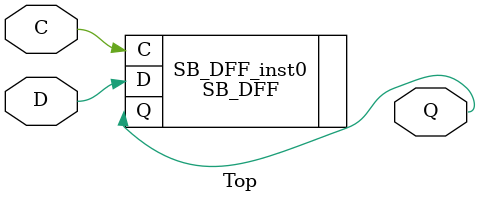
<source format=v>

module Top(
  input  C,
         D,
  output Q
);

  SB_DFF SB_DFF_inst0 (
    .C (C),
    .D (D),
    .Q (Q)
  );
endmodule


</source>
